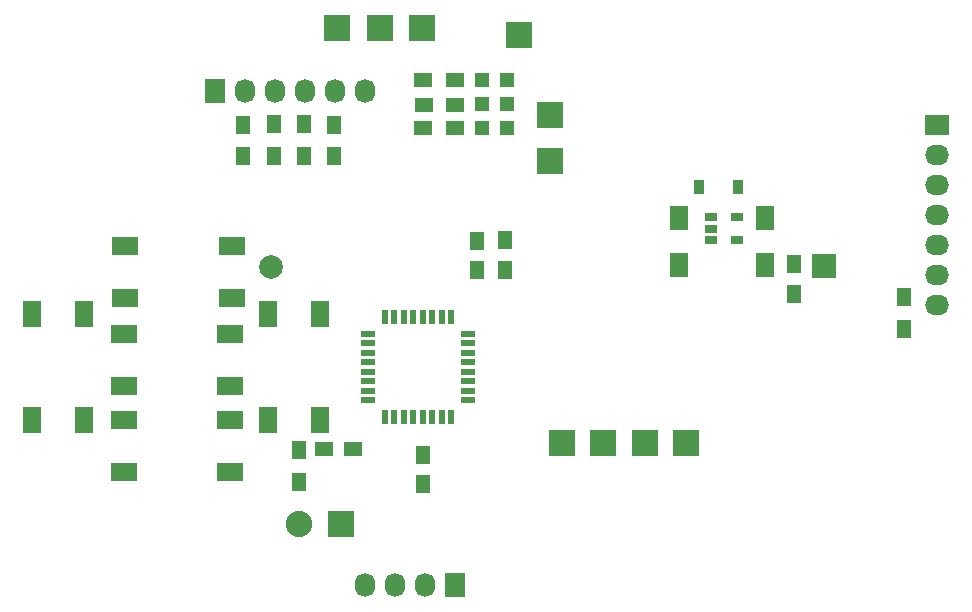
<source format=gts>
G04 #@! TF.FileFunction,Soldermask,Top*
%FSLAX46Y46*%
G04 Gerber Fmt 4.6, Leading zero omitted, Abs format (unit mm)*
G04 Created by KiCad (PCBNEW (2015-04-17 BZR 5609)-product) date Sunday, 21 June 2015 08:11:59 pm*
%MOMM*%
G01*
G04 APERTURE LIST*
%ADD10C,0.100000*%
%ADD11C,2.235200*%
%ADD12R,1.250000X1.500000*%
%ADD13R,1.500000X1.250000*%
%ADD14R,1.600000X2.000000*%
%ADD15R,0.910000X1.220000*%
%ADD16R,1.198880X1.198880*%
%ADD17R,1.727200X2.032000*%
%ADD18O,1.727200X2.032000*%
%ADD19R,2.235200X2.235200*%
%ADD20R,1.300000X1.500000*%
%ADD21R,1.500000X1.300000*%
%ADD22R,2.200000X1.500000*%
%ADD23R,1.500000X2.200000*%
%ADD24R,2.000000X2.000000*%
%ADD25C,2.000000*%
%ADD26R,1.060000X0.650000*%
%ADD27R,0.600000X1.200000*%
%ADD28R,1.200000X0.600000*%
%ADD29R,2.032000X1.727200*%
%ADD30O,2.032000X1.727200*%
G04 APERTURE END LIST*
D10*
D11*
X137769600Y-126187200D03*
D12*
X155181300Y-102166100D03*
X155181300Y-104666100D03*
X148259800Y-120339800D03*
X148259800Y-122839800D03*
X152857200Y-102229600D03*
X152857200Y-104729600D03*
D13*
X142347000Y-119888000D03*
X139847000Y-119888000D03*
D12*
X179679600Y-104210800D03*
X179679600Y-106710800D03*
D14*
X169926000Y-100260400D03*
X169926000Y-104260400D03*
D15*
X174913800Y-97688400D03*
X171643800Y-97688400D03*
D16*
X153255980Y-92710000D03*
X155354020Y-92710000D03*
X153255980Y-90678000D03*
X155354020Y-90678000D03*
X153255980Y-88646000D03*
X155354020Y-88646000D03*
D14*
X177241200Y-104260400D03*
X177241200Y-100260400D03*
D17*
X130606800Y-89509600D03*
D18*
X133146800Y-89509600D03*
X135686800Y-89509600D03*
X138226800Y-89509600D03*
X140766800Y-89509600D03*
X143306800Y-89509600D03*
D19*
X160020000Y-119329200D03*
X163525200Y-119329200D03*
X167030400Y-119329200D03*
X170535600Y-119329200D03*
X159000000Y-91600000D03*
X156400000Y-84800000D03*
X148200000Y-84200000D03*
X144600000Y-84200000D03*
X141000000Y-84200000D03*
X159004000Y-95504000D03*
D20*
X140716000Y-95076000D03*
X140716000Y-92376000D03*
X138201400Y-95050600D03*
X138201400Y-92350600D03*
X135610600Y-95050600D03*
X135610600Y-92350600D03*
X133045200Y-95076000D03*
X133045200Y-92376000D03*
X188976000Y-106981000D03*
X188976000Y-109681000D03*
D21*
X148256000Y-92710000D03*
X150956000Y-92710000D03*
X148294100Y-90754200D03*
X150994100Y-90754200D03*
X148256000Y-88646000D03*
X150956000Y-88646000D03*
D22*
X122906400Y-121834000D03*
X122906400Y-117434000D03*
X131906400Y-117434000D03*
X131906400Y-121834000D03*
X122906400Y-114518800D03*
X122906400Y-110118800D03*
X131906400Y-110118800D03*
X131906400Y-114518800D03*
D23*
X119548000Y-117428400D03*
X115148000Y-117428400D03*
X115148000Y-108428400D03*
X119548000Y-108428400D03*
X139512400Y-117428400D03*
X135112400Y-117428400D03*
X135112400Y-108428400D03*
X139512400Y-108428400D03*
D22*
X123058800Y-107051200D03*
X123058800Y-102651200D03*
X132058800Y-102651200D03*
X132058800Y-107051200D03*
D24*
X182210800Y-104394000D03*
D25*
X135400800Y-104404000D03*
D26*
X172636000Y-100243600D03*
X172636000Y-101193600D03*
X172636000Y-102143600D03*
X174836000Y-102143600D03*
X174836000Y-100243600D03*
D27*
X145028000Y-117153000D03*
X145828000Y-117153000D03*
X146628000Y-117153000D03*
X147428000Y-117153000D03*
X148228000Y-117153000D03*
X149028000Y-117153000D03*
X149828000Y-117153000D03*
X150628000Y-117153000D03*
D28*
X152078000Y-115703000D03*
X152078000Y-114903000D03*
X152078000Y-114103000D03*
X152078000Y-113303000D03*
X152078000Y-112503000D03*
X152078000Y-111703000D03*
X152078000Y-110903000D03*
X152078000Y-110103000D03*
D27*
X150628000Y-108653000D03*
X149828000Y-108653000D03*
X149028000Y-108653000D03*
X148228000Y-108653000D03*
X147428000Y-108653000D03*
X146628000Y-108653000D03*
X145828000Y-108653000D03*
X145028000Y-108653000D03*
D28*
X143578000Y-110103000D03*
X143578000Y-110903000D03*
X143578000Y-111703000D03*
X143578000Y-112503000D03*
X143578000Y-113303000D03*
X143578000Y-114103000D03*
X143578000Y-114903000D03*
X143578000Y-115703000D03*
D17*
X151000000Y-131400000D03*
D18*
X148460000Y-131400000D03*
X145920000Y-131400000D03*
X143380000Y-131400000D03*
D20*
X137769600Y-119960400D03*
X137769600Y-122660400D03*
D19*
X141274800Y-126187200D03*
D29*
X191800000Y-92400000D03*
D30*
X191800000Y-94940000D03*
X191800000Y-97480000D03*
X191800000Y-100020000D03*
X191800000Y-102560000D03*
X191800000Y-105100000D03*
X191800000Y-107640000D03*
M02*

</source>
